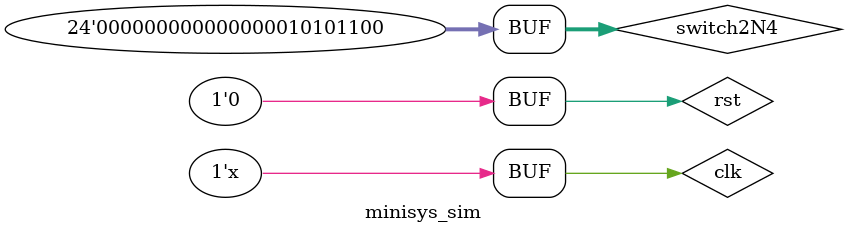
<source format=v>
`timescale 1ns / 1ps


module minisys_sim(
    );
    // input
    reg clk = 0;
    reg rst = 1;
    reg [23:0]switch2N4=8'b10101100;
    wire [23:0]led2N4;
    minisys u (.clk(clk),.rst(rst),.led2N4(led2N4),.switch2N4(switch2N4));
    initial begin
        #7000 rst = 0;
    end
    always #10 clk=~clk;
        
endmodule

</source>
